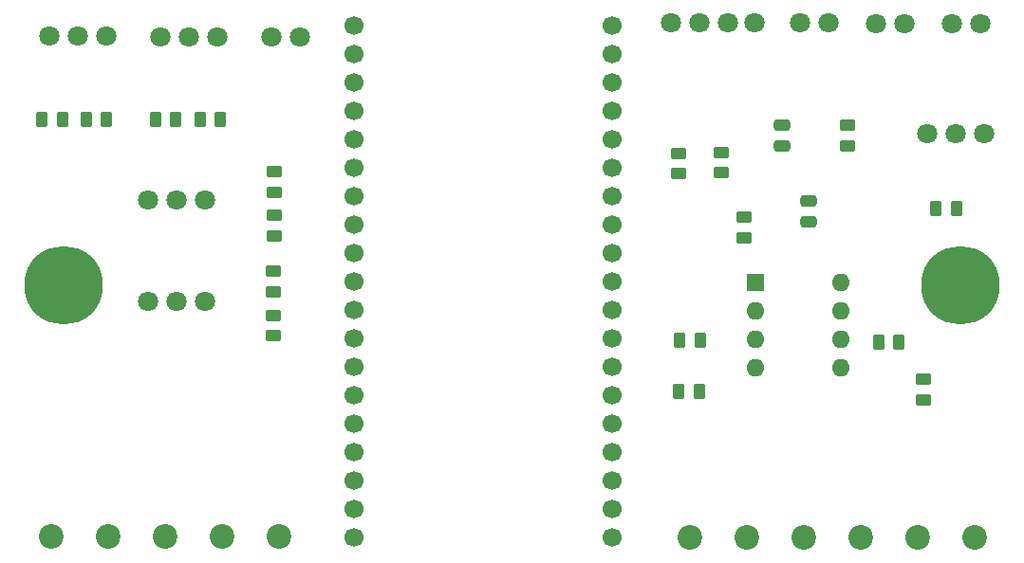
<source format=gbr>
%TF.GenerationSoftware,KiCad,Pcbnew,7.0.2*%
%TF.CreationDate,2023-07-26T08:06:31-03:00*%
%TF.ProjectId,Belliz_IOT,42656c6c-697a-45f4-994f-542e6b696361,rev?*%
%TF.SameCoordinates,Original*%
%TF.FileFunction,Soldermask,Top*%
%TF.FilePolarity,Negative*%
%FSLAX46Y46*%
G04 Gerber Fmt 4.6, Leading zero omitted, Abs format (unit mm)*
G04 Created by KiCad (PCBNEW 7.0.2) date 2023-07-26 08:06:31*
%MOMM*%
%LPD*%
G01*
G04 APERTURE LIST*
G04 Aperture macros list*
%AMRoundRect*
0 Rectangle with rounded corners*
0 $1 Rounding radius*
0 $2 $3 $4 $5 $6 $7 $8 $9 X,Y pos of 4 corners*
0 Add a 4 corners polygon primitive as box body*
4,1,4,$2,$3,$4,$5,$6,$7,$8,$9,$2,$3,0*
0 Add four circle primitives for the rounded corners*
1,1,$1+$1,$2,$3*
1,1,$1+$1,$4,$5*
1,1,$1+$1,$6,$7*
1,1,$1+$1,$8,$9*
0 Add four rect primitives between the rounded corners*
20,1,$1+$1,$2,$3,$4,$5,0*
20,1,$1+$1,$4,$5,$6,$7,0*
20,1,$1+$1,$6,$7,$8,$9,0*
20,1,$1+$1,$8,$9,$2,$3,0*%
G04 Aperture macros list end*
%ADD10C,1.800000*%
%ADD11C,1.000000*%
%ADD12C,7.000000*%
%ADD13RoundRect,0.250000X-0.262500X-0.450000X0.262500X-0.450000X0.262500X0.450000X-0.262500X0.450000X0*%
%ADD14RoundRect,0.250000X0.450000X-0.262500X0.450000X0.262500X-0.450000X0.262500X-0.450000X-0.262500X0*%
%ADD15C,1.700000*%
%ADD16RoundRect,0.250000X-0.450000X0.262500X-0.450000X-0.262500X0.450000X-0.262500X0.450000X0.262500X0*%
%ADD17R,1.600000X1.600000*%
%ADD18O,1.600000X1.600000*%
%ADD19C,2.200000*%
%ADD20RoundRect,0.250000X0.262500X0.450000X-0.262500X0.450000X-0.262500X-0.450000X0.262500X-0.450000X0*%
%ADD21RoundRect,0.250000X-0.475000X0.250000X-0.475000X-0.250000X0.475000X-0.250000X0.475000X0.250000X0*%
G04 APERTURE END LIST*
D10*
%TO.C,J3*%
X127430000Y-54090000D03*
X129970000Y-54090000D03*
%TD*%
%TO.C,J2*%
X120689300Y-54062300D03*
X123229300Y-54062300D03*
%TD*%
D11*
%TO.C,REF\u002A\u002A*%
X52375000Y-77500000D03*
X53143845Y-75643845D03*
X53143845Y-79356155D03*
X55000000Y-74875000D03*
D12*
X55000000Y-77500000D03*
D11*
X55000000Y-80125000D03*
X56856155Y-75643845D03*
X56856155Y-79356155D03*
X57625000Y-77500000D03*
%TD*%
D13*
%TO.C,R11*%
X53071250Y-62708750D03*
X54896250Y-62708750D03*
%TD*%
D14*
%TO.C,R8*%
X109820000Y-67512500D03*
X109820000Y-65687500D03*
%TD*%
D10*
%TO.C,J14*%
X67630000Y-78940000D03*
X65090000Y-78940000D03*
X62550000Y-78940000D03*
%TD*%
D14*
%TO.C,R9*%
X113680000Y-67452500D03*
X113680000Y-65627500D03*
%TD*%
D13*
%TO.C,R1*%
X132817500Y-70620000D03*
X134642500Y-70620000D03*
%TD*%
D15*
%TO.C,J9*%
X80900000Y-100000000D03*
X80900000Y-97460000D03*
X80900000Y-94920000D03*
X80900000Y-92380000D03*
X80900000Y-89840000D03*
X80900000Y-87300000D03*
X80900000Y-84760000D03*
X80900000Y-82220000D03*
X80900000Y-79680000D03*
X80900000Y-77140000D03*
X80900000Y-74600000D03*
X80900000Y-72060000D03*
X80900000Y-69520000D03*
X80900000Y-66980000D03*
X80900000Y-64440000D03*
X80900000Y-61900000D03*
X80900000Y-59360000D03*
X80900000Y-56820000D03*
X80900000Y-54280000D03*
%TD*%
%TO.C,J8*%
X103900000Y-100000000D03*
X103900000Y-97460000D03*
X103900000Y-94920000D03*
X103900000Y-92380000D03*
X103900000Y-89840000D03*
X103900000Y-87300000D03*
X103900000Y-84760000D03*
X103900000Y-82220000D03*
X103900000Y-79680000D03*
X103900000Y-77140000D03*
X103900000Y-74600000D03*
X103900000Y-72060000D03*
X103900000Y-69520000D03*
X103900000Y-66980000D03*
X103900000Y-64440000D03*
X103900000Y-61900000D03*
X103900000Y-59360000D03*
X103900000Y-56820000D03*
X103900000Y-54280000D03*
%TD*%
D16*
%TO.C,R17*%
X73741200Y-76260000D03*
X73741200Y-78085000D03*
%TD*%
D10*
%TO.C,J7*%
X53731250Y-55218750D03*
X56271250Y-55218750D03*
X58811250Y-55218750D03*
%TD*%
D17*
%TO.C,U1*%
X116730000Y-77250000D03*
D18*
X116730000Y-79790000D03*
X116730000Y-82330000D03*
X116730000Y-84870000D03*
X124350000Y-84870000D03*
X124350000Y-82330000D03*
X124350000Y-79790000D03*
X124350000Y-77250000D03*
%TD*%
D13*
%TO.C,R4*%
X127707500Y-82540000D03*
X129532500Y-82540000D03*
%TD*%
D14*
%TO.C,R16*%
X73741200Y-81995000D03*
X73741200Y-80170000D03*
%TD*%
D19*
%TO.C,J15*%
X74239700Y-99960000D03*
X69159700Y-99960000D03*
X64079700Y-99960000D03*
X58999700Y-99960000D03*
X53919700Y-99960000D03*
%TD*%
D10*
%TO.C,J6*%
X109150000Y-54070000D03*
X111690000Y-54070000D03*
X114230000Y-54070000D03*
X116670000Y-54070000D03*
%TD*%
D14*
%TO.C,R3*%
X131740000Y-87732500D03*
X131740000Y-85907500D03*
%TD*%
D10*
%TO.C,J1*%
X73541250Y-55328750D03*
X76081250Y-55328750D03*
%TD*%
%TO.C,J12*%
X63641250Y-55278750D03*
X66181250Y-55278750D03*
X68721250Y-55278750D03*
%TD*%
D13*
%TO.C,R13*%
X63178750Y-62708750D03*
X65003750Y-62708750D03*
%TD*%
D20*
%TO.C,R2*%
X69003750Y-62708750D03*
X67178750Y-62708750D03*
%TD*%
D11*
%TO.C,REF\u002A\u002A*%
X132375000Y-77500000D03*
X133143845Y-75643845D03*
X133143845Y-79356155D03*
X135000000Y-74875000D03*
D12*
X135000000Y-77500000D03*
D11*
X135000000Y-80125000D03*
X136856155Y-75643845D03*
X136856155Y-79356155D03*
X137625000Y-77500000D03*
%TD*%
D13*
%TO.C,R5*%
X109887500Y-86960000D03*
X111712500Y-86960000D03*
%TD*%
D19*
%TO.C,J10*%
X136240000Y-100000000D03*
X131160000Y-100000000D03*
X126080000Y-100000000D03*
X121000000Y-100000000D03*
X115920000Y-100000000D03*
X110840000Y-100000000D03*
%TD*%
D20*
%TO.C,R12*%
X58823750Y-62708750D03*
X56998750Y-62708750D03*
%TD*%
D14*
%TO.C,R14*%
X73770000Y-73080000D03*
X73770000Y-71255000D03*
%TD*%
D10*
%TO.C,J11*%
X137120000Y-63970000D03*
X134580000Y-63970000D03*
X132040000Y-63970000D03*
%TD*%
%TO.C,J4*%
X134219300Y-54092300D03*
X136759300Y-54092300D03*
%TD*%
D14*
%TO.C,R7*%
X115670000Y-73232500D03*
X115670000Y-71407500D03*
%TD*%
D21*
%TO.C,C1*%
X121450000Y-69940000D03*
X121450000Y-71840000D03*
%TD*%
D10*
%TO.C,J13*%
X67608800Y-69865000D03*
X65068800Y-69865000D03*
X62528800Y-69865000D03*
%TD*%
D14*
%TO.C,R10*%
X124970000Y-65012500D03*
X124970000Y-63187500D03*
%TD*%
D20*
%TO.C,R6*%
X111772500Y-82440000D03*
X109947500Y-82440000D03*
%TD*%
D21*
%TO.C,C2*%
X119110000Y-63180000D03*
X119110000Y-65080000D03*
%TD*%
D16*
%TO.C,R15*%
X73770000Y-67355000D03*
X73770000Y-69180000D03*
%TD*%
M02*

</source>
